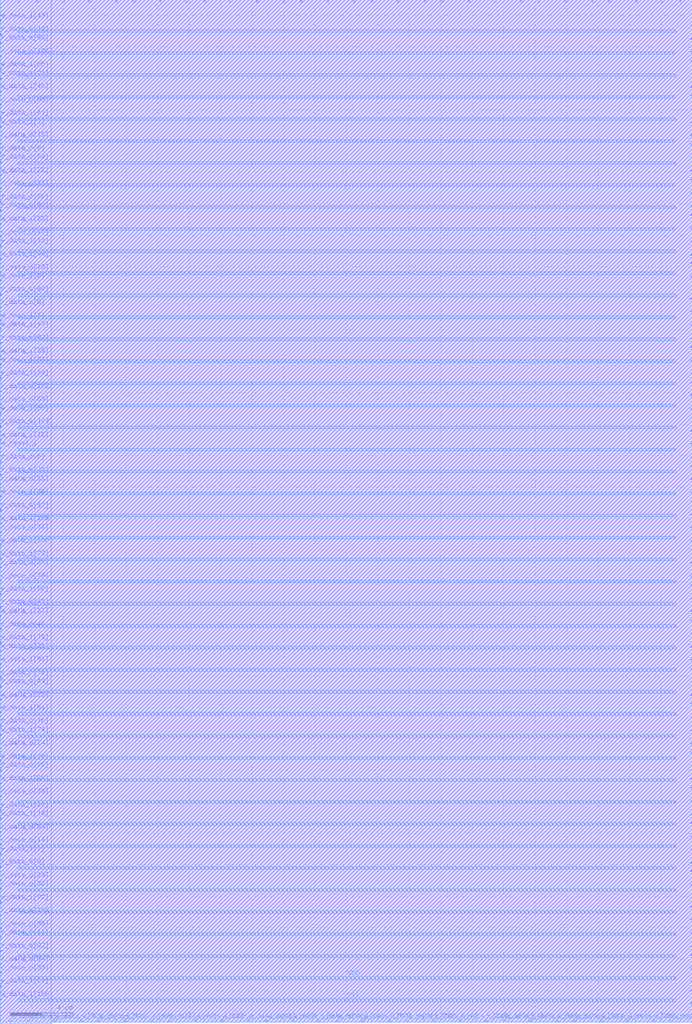
<source format=lef>
VERSION 5.8 ;
BUSBITCHARS "[]" ;
DIVIDERCHAR "/" ;
UNITS
    DATABASE MICRONS 2000 ;
END UNITS

MACRO bsg_mem_p109
  FOREIGN bsg_mem_p109 0 0 ;
  CLASS BLOCK ;
  SIZE 43.975 BY 64.965 ;
  PIN VSS
    USE GROUND ;
    DIRECTION INOUT ;
    PORT
      LAYER metal4 ;
        RECT  1.14 62.915 42.94 63.085 ;
        RECT  1.14 60.115 42.94 60.285 ;
        RECT  1.14 57.315 42.94 57.485 ;
        RECT  1.14 54.515 42.94 54.685 ;
        RECT  1.14 51.715 42.94 51.885 ;
        RECT  1.14 48.915 42.94 49.085 ;
        RECT  1.14 46.115 42.94 46.285 ;
        RECT  1.14 43.315 42.94 43.485 ;
        RECT  1.14 40.515 42.94 40.685 ;
        RECT  1.14 37.715 42.94 37.885 ;
        RECT  1.14 34.915 42.94 35.085 ;
        RECT  1.14 32.115 42.94 32.285 ;
        RECT  1.14 29.315 42.94 29.485 ;
        RECT  1.14 26.515 42.94 26.685 ;
        RECT  1.14 23.715 42.94 23.885 ;
        RECT  1.14 20.915 42.94 21.085 ;
        RECT  1.14 18.115 42.94 18.285 ;
        RECT  1.14 15.315 42.94 15.485 ;
        RECT  1.14 12.515 42.94 12.685 ;
        RECT  1.14 9.715 42.94 9.885 ;
        RECT  1.14 6.915 42.94 7.085 ;
        RECT  1.14 4.115 42.94 4.285 ;
        RECT  1.14 1.315 42.94 1.485 ;
    END
  END VSS
  PIN VDD
    USE POWER ;
    DIRECTION INOUT ;
    PORT
      LAYER metal4 ;
        RECT  1.14 61.515 42.94 61.685 ;
        RECT  1.14 58.715 42.94 58.885 ;
        RECT  1.14 55.915 42.94 56.085 ;
        RECT  1.14 53.115 42.94 53.285 ;
        RECT  1.14 50.315 42.94 50.485 ;
        RECT  1.14 47.515 42.94 47.685 ;
        RECT  1.14 44.715 42.94 44.885 ;
        RECT  1.14 41.915 42.94 42.085 ;
        RECT  1.14 39.115 42.94 39.285 ;
        RECT  1.14 36.315 42.94 36.485 ;
        RECT  1.14 33.515 42.94 33.685 ;
        RECT  1.14 30.715 42.94 30.885 ;
        RECT  1.14 27.915 42.94 28.085 ;
        RECT  1.14 25.115 42.94 25.285 ;
        RECT  1.14 22.315 42.94 22.485 ;
        RECT  1.14 19.515 42.94 19.685 ;
        RECT  1.14 16.715 42.94 16.885 ;
        RECT  1.14 13.915 42.94 14.085 ;
        RECT  1.14 11.115 42.94 11.285 ;
        RECT  1.14 8.315 42.94 8.485 ;
        RECT  1.14 5.515 42.94 5.685 ;
        RECT  1.14 2.715 42.94 2.885 ;
    END
  END VDD
  PIN r_addr_i
    DIRECTION INPUT ;
    USE SIGNAL ;
    PORT
      LAYER metal3 ;
        RECT  43.905 15.435 43.975 15.505 ;
    END
  END r_addr_i
  PIN r_data_o[0]
    DIRECTION OUTPUT ;
    USE SIGNAL ;
    PORT
      LAYER metal4 ;
        RECT  27.465 0 27.605 0.14 ;
    END
  END r_data_o[0]
  PIN r_data_o[100]
    DIRECTION OUTPUT ;
    USE SIGNAL ;
    PORT
      LAYER metal3 ;
        RECT  43.905 16.275 43.975 16.345 ;
    END
  END r_data_o[100]
  PIN r_data_o[101]
    DIRECTION OUTPUT ;
    USE SIGNAL ;
    PORT
      LAYER metal3 ;
        RECT  43.905 12.635 43.975 12.705 ;
    END
  END r_data_o[101]
  PIN r_data_o[102]
    DIRECTION OUTPUT ;
    USE SIGNAL ;
    PORT
      LAYER metal3 ;
        RECT  0 40.075 0.07 40.145 ;
    END
  END r_data_o[102]
  PIN r_data_o[103]
    DIRECTION OUTPUT ;
    USE SIGNAL ;
    PORT
      LAYER metal3 ;
        RECT  0 37.835 0.07 37.905 ;
    END
  END r_data_o[103]
  PIN r_data_o[104]
    DIRECTION OUTPUT ;
    USE SIGNAL ;
    PORT
      LAYER metal4 ;
        RECT  40.345 64.825 40.485 64.965 ;
    END
  END r_data_o[104]
  PIN r_data_o[105]
    DIRECTION OUTPUT ;
    USE SIGNAL ;
    PORT
      LAYER metal4 ;
        RECT  28.025 64.825 28.165 64.965 ;
    END
  END r_data_o[105]
  PIN r_data_o[106]
    DIRECTION OUTPUT ;
    USE SIGNAL ;
    PORT
      LAYER metal3 ;
        RECT  0 61.355 0.07 61.425 ;
    END
  END r_data_o[106]
  PIN r_data_o[107]
    DIRECTION OUTPUT ;
    USE SIGNAL ;
    PORT
      LAYER metal4 ;
        RECT  34.185 64.825 34.325 64.965 ;
    END
  END r_data_o[107]
  PIN r_data_o[108]
    DIRECTION OUTPUT ;
    USE SIGNAL ;
    PORT
      LAYER metal3 ;
        RECT  0 6.755 0.07 6.825 ;
    END
  END r_data_o[108]
  PIN r_data_o[10]
    DIRECTION OUTPUT ;
    USE SIGNAL ;
    PORT
      LAYER metal3 ;
        RECT  43.905 60.235 43.975 60.305 ;
    END
  END r_data_o[10]
  PIN r_data_o[11]
    DIRECTION OUTPUT ;
    USE SIGNAL ;
    PORT
      LAYER metal3 ;
        RECT  0 5.355 0.07 5.425 ;
    END
  END r_data_o[11]
  PIN r_data_o[12]
    DIRECTION OUTPUT ;
    USE SIGNAL ;
    PORT
      LAYER metal3 ;
        RECT  43.905 25.515 43.975 25.585 ;
    END
  END r_data_o[12]
  PIN r_data_o[13]
    DIRECTION OUTPUT ;
    USE SIGNAL ;
    PORT
      LAYER metal3 ;
        RECT  43.905 48.755 43.975 48.825 ;
    END
  END r_data_o[13]
  PIN r_data_o[14]
    DIRECTION OUTPUT ;
    USE SIGNAL ;
    PORT
      LAYER metal3 ;
        RECT  0 11.235 0.07 11.305 ;
    END
  END r_data_o[14]
  PIN r_data_o[15]
    DIRECTION OUTPUT ;
    USE SIGNAL ;
    PORT
      LAYER metal3 ;
        RECT  0 56.035 0.07 56.105 ;
    END
  END r_data_o[15]
  PIN r_data_o[16]
    DIRECTION OUTPUT ;
    USE SIGNAL ;
    PORT
      LAYER metal3 ;
        RECT  43.905 8.715 43.975 8.785 ;
    END
  END r_data_o[16]
  PIN r_data_o[17]
    DIRECTION OUTPUT ;
    USE SIGNAL ;
    PORT
      LAYER metal3 ;
        RECT  0 49.875 0.07 49.945 ;
    END
  END r_data_o[17]
  PIN r_data_o[18]
    DIRECTION OUTPUT ;
    USE SIGNAL ;
    PORT
      LAYER metal3 ;
        RECT  0 62.755 0.07 62.825 ;
    END
  END r_data_o[18]
  PIN r_data_o[19]
    DIRECTION OUTPUT ;
    USE SIGNAL ;
    PORT
      LAYER metal3 ;
        RECT  43.905 63.315 43.975 63.385 ;
    END
  END r_data_o[19]
  PIN r_data_o[1]
    DIRECTION OUTPUT ;
    USE SIGNAL ;
    PORT
      LAYER metal3 ;
        RECT  43.905 57.995 43.975 58.065 ;
    END
  END r_data_o[1]
  PIN r_data_o[20]
    DIRECTION OUTPUT ;
    USE SIGNAL ;
    PORT
      LAYER metal4 ;
        RECT  30.825 0 30.965 0.14 ;
    END
  END r_data_o[20]
  PIN r_data_o[21]
    DIRECTION OUTPUT ;
    USE SIGNAL ;
    PORT
      LAYER metal3 ;
        RECT  0 34.755 0.07 34.825 ;
    END
  END r_data_o[21]
  PIN r_data_o[22]
    DIRECTION OUTPUT ;
    USE SIGNAL ;
    PORT
      LAYER metal3 ;
        RECT  43.905 29.155 43.975 29.225 ;
    END
  END r_data_o[22]
  PIN r_data_o[23]
    DIRECTION OUTPUT ;
    USE SIGNAL ;
    PORT
      LAYER metal3 ;
        RECT  0 52.955 0.07 53.025 ;
    END
  END r_data_o[23]
  PIN r_data_o[24]
    DIRECTION OUTPUT ;
    USE SIGNAL ;
    PORT
      LAYER metal3 ;
        RECT  0 17.395 0.07 17.465 ;
    END
  END r_data_o[24]
  PIN r_data_o[25]
    DIRECTION OUTPUT ;
    USE SIGNAL ;
    PORT
      LAYER metal3 ;
        RECT  43.905 38.955 43.975 39.025 ;
    END
  END r_data_o[25]
  PIN r_data_o[26]
    DIRECTION OUTPUT ;
    USE SIGNAL ;
    PORT
      LAYER metal3 ;
        RECT  43.905 46.515 43.975 46.585 ;
    END
  END r_data_o[26]
  PIN r_data_o[27]
    DIRECTION OUTPUT ;
    USE SIGNAL ;
    PORT
      LAYER metal3 ;
        RECT  43.905 48.195 43.975 48.265 ;
    END
  END r_data_o[27]
  PIN r_data_o[28]
    DIRECTION OUTPUT ;
    USE SIGNAL ;
    PORT
      LAYER metal4 ;
        RECT  33.625 0 33.765 0.14 ;
    END
  END r_data_o[28]
  PIN r_data_o[29]
    DIRECTION OUTPUT ;
    USE SIGNAL ;
    PORT
      LAYER metal3 ;
        RECT  0 8.995 0.07 9.065 ;
    END
  END r_data_o[29]
  PIN r_data_o[2]
    DIRECTION OUTPUT ;
    USE SIGNAL ;
    PORT
      LAYER metal3 ;
        RECT  43.905 38.395 43.975 38.465 ;
    END
  END r_data_o[2]
  PIN r_data_o[30]
    DIRECTION OUTPUT ;
    USE SIGNAL ;
    PORT
      LAYER metal3 ;
        RECT  0 28.875 0.07 28.945 ;
    END
  END r_data_o[30]
  PIN r_data_o[31]
    DIRECTION OUTPUT ;
    USE SIGNAL ;
    PORT
      LAYER metal4 ;
        RECT  12.905 64.825 13.045 64.965 ;
    END
  END r_data_o[31]
  PIN r_data_o[32]
    DIRECTION OUTPUT ;
    USE SIGNAL ;
    PORT
      LAYER metal3 ;
        RECT  43.905 24.675 43.975 24.745 ;
    END
  END r_data_o[32]
  PIN r_data_o[33]
    DIRECTION OUTPUT ;
    USE SIGNAL ;
    PORT
      LAYER metal3 ;
        RECT  0 34.195 0.07 34.265 ;
    END
  END r_data_o[33]
  PIN r_data_o[34]
    DIRECTION OUTPUT ;
    USE SIGNAL ;
    PORT
      LAYER metal3 ;
        RECT  43.905 13.195 43.975 13.265 ;
    END
  END r_data_o[34]
  PIN r_data_o[35]
    DIRECTION OUTPUT ;
    USE SIGNAL ;
    PORT
      LAYER metal4 ;
        RECT  42.585 0 42.725 0.14 ;
    END
  END r_data_o[35]
  PIN r_data_o[36]
    DIRECTION OUTPUT ;
    USE SIGNAL ;
    PORT
      LAYER metal3 ;
        RECT  43.905 17.115 43.975 17.185 ;
    END
  END r_data_o[36]
  PIN r_data_o[37]
    DIRECTION OUTPUT ;
    USE SIGNAL ;
    PORT
      LAYER metal3 ;
        RECT  0 31.115 0.07 31.185 ;
    END
  END r_data_o[37]
  PIN r_data_o[38]
    DIRECTION OUTPUT ;
    USE SIGNAL ;
    PORT
      LAYER metal3 ;
        RECT  0 14.315 0.07 14.385 ;
    END
  END r_data_o[38]
  PIN r_data_o[39]
    DIRECTION OUTPUT ;
    USE SIGNAL ;
    PORT
      LAYER metal4 ;
        RECT  14.585 64.825 14.725 64.965 ;
    END
  END r_data_o[39]
  PIN r_data_o[3]
    DIRECTION OUTPUT ;
    USE SIGNAL ;
    PORT
      LAYER metal3 ;
        RECT  43.905 53.515 43.975 53.585 ;
    END
  END r_data_o[3]
  PIN r_data_o[40]
    DIRECTION OUTPUT ;
    USE SIGNAL ;
    PORT
      LAYER metal3 ;
        RECT  43.905 26.075 43.975 26.145 ;
    END
  END r_data_o[40]
  PIN r_data_o[41]
    DIRECTION OUTPUT ;
    USE SIGNAL ;
    PORT
      LAYER metal3 ;
        RECT  0 26.355 0.07 26.425 ;
    END
  END r_data_o[41]
  PIN r_data_o[42]
    DIRECTION OUTPUT ;
    USE SIGNAL ;
    PORT
      LAYER metal3 ;
        RECT  43.905 47.355 43.975 47.425 ;
    END
  END r_data_o[42]
  PIN r_data_o[43]
    DIRECTION OUTPUT ;
    USE SIGNAL ;
    PORT
      LAYER metal3 ;
        RECT  0 21.315 0.07 21.385 ;
    END
  END r_data_o[43]
  PIN r_data_o[44]
    DIRECTION OUTPUT ;
    USE SIGNAL ;
    PORT
      LAYER metal4 ;
        RECT  20.185 0 20.325 0.14 ;
    END
  END r_data_o[44]
  PIN r_data_o[45]
    DIRECTION OUTPUT ;
    USE SIGNAL ;
    PORT
      LAYER metal3 ;
        RECT  43.905 2.555 43.975 2.625 ;
    END
  END r_data_o[45]
  PIN r_data_o[46]
    DIRECTION OUTPUT ;
    USE SIGNAL ;
    PORT
      LAYER metal3 ;
        RECT  43.905 1.995 43.975 2.065 ;
    END
  END r_data_o[46]
  PIN r_data_o[47]
    DIRECTION OUTPUT ;
    USE SIGNAL ;
    PORT
      LAYER metal3 ;
        RECT  43.905 7.315 43.975 7.385 ;
    END
  END r_data_o[47]
  PIN r_data_o[48]
    DIRECTION OUTPUT ;
    USE SIGNAL ;
    PORT
      LAYER metal3 ;
        RECT  43.905 43.435 43.975 43.505 ;
    END
  END r_data_o[48]
  PIN r_data_o[49]
    DIRECTION OUTPUT ;
    USE SIGNAL ;
    PORT
      LAYER metal3 ;
        RECT  43.905 30.555 43.975 30.625 ;
    END
  END r_data_o[49]
  PIN r_data_o[4]
    DIRECTION OUTPUT ;
    USE SIGNAL ;
    PORT
      LAYER metal3 ;
        RECT  0 24.955 0.07 25.025 ;
    END
  END r_data_o[4]
  PIN r_data_o[50]
    DIRECTION OUTPUT ;
    USE SIGNAL ;
    PORT
      LAYER metal3 ;
        RECT  0 62.195 0.07 62.265 ;
    END
  END r_data_o[50]
  PIN r_data_o[51]
    DIRECTION OUTPUT ;
    USE SIGNAL ;
    PORT
      LAYER metal3 ;
        RECT  43.905 61.635 43.975 61.705 ;
    END
  END r_data_o[51]
  PIN r_data_o[52]
    DIRECTION OUTPUT ;
    USE SIGNAL ;
    PORT
      LAYER metal3 ;
        RECT  0 54.635 0.07 54.705 ;
    END
  END r_data_o[52]
  PIN r_data_o[53]
    DIRECTION OUTPUT ;
    USE SIGNAL ;
    PORT
      LAYER metal4 ;
        RECT  38.665 64.825 38.805 64.965 ;
    END
  END r_data_o[53]
  PIN r_data_o[54]
    DIRECTION OUTPUT ;
    USE SIGNAL ;
    PORT
      LAYER metal4 ;
        RECT  29.145 0 29.285 0.14 ;
    END
  END r_data_o[54]
  PIN r_data_o[55]
    DIRECTION OUTPUT ;
    USE SIGNAL ;
    PORT
      LAYER metal3 ;
        RECT  0 52.115 0.07 52.185 ;
    END
  END r_data_o[55]
  PIN r_data_o[56]
    DIRECTION OUTPUT ;
    USE SIGNAL ;
    PORT
      LAYER metal3 ;
        RECT  43.905 7.875 43.975 7.945 ;
    END
  END r_data_o[56]
  PIN r_data_o[57]
    DIRECTION OUTPUT ;
    USE SIGNAL ;
    PORT
      LAYER metal3 ;
        RECT  0 32.515 0.07 32.585 ;
    END
  END r_data_o[57]
  PIN r_data_o[58]
    DIRECTION OUTPUT ;
    USE SIGNAL ;
    PORT
      LAYER metal3 ;
        RECT  43.905 33.075 43.975 33.145 ;
    END
  END r_data_o[58]
  PIN r_data_o[59]
    DIRECTION OUTPUT ;
    USE SIGNAL ;
    PORT
      LAYER metal3 ;
        RECT  43.905 23.835 43.975 23.905 ;
    END
  END r_data_o[59]
  PIN r_data_o[5]
    DIRECTION OUTPUT ;
    USE SIGNAL ;
    PORT
      LAYER metal3 ;
        RECT  0 45.395 0.07 45.465 ;
    END
  END r_data_o[5]
  PIN r_data_o[60]
    DIRECTION OUTPUT ;
    USE SIGNAL ;
    PORT
      LAYER metal3 ;
        RECT  0 46.235 0.07 46.305 ;
    END
  END r_data_o[60]
  PIN r_data_o[61]
    DIRECTION OUTPUT ;
    USE SIGNAL ;
    PORT
      LAYER metal4 ;
        RECT  10.105 64.825 10.245 64.965 ;
    END
  END r_data_o[61]
  PIN r_data_o[62]
    DIRECTION OUTPUT ;
    USE SIGNAL ;
    PORT
      LAYER metal3 ;
        RECT  0 43.155 0.07 43.225 ;
    END
  END r_data_o[62]
  PIN r_data_o[63]
    DIRECTION OUTPUT ;
    USE SIGNAL ;
    PORT
      LAYER metal4 ;
        RECT  7.865 0 8.005 0.14 ;
    END
  END r_data_o[63]
  PIN r_data_o[64]
    DIRECTION OUTPUT ;
    USE SIGNAL ;
    PORT
      LAYER metal3 ;
        RECT  43.905 11.795 43.975 11.865 ;
    END
  END r_data_o[64]
  PIN r_data_o[65]
    DIRECTION OUTPUT ;
    USE SIGNAL ;
    PORT
      LAYER metal3 ;
        RECT  0 5.915 0.07 5.985 ;
    END
  END r_data_o[65]
  PIN r_data_o[66]
    DIRECTION OUTPUT ;
    USE SIGNAL ;
    PORT
      LAYER metal4 ;
        RECT  29.705 64.825 29.845 64.965 ;
    END
  END r_data_o[66]
  PIN r_data_o[67]
    DIRECTION OUTPUT ;
    USE SIGNAL ;
    PORT
      LAYER metal3 ;
        RECT  43.905 35.315 43.975 35.385 ;
    END
  END r_data_o[67]
  PIN r_data_o[68]
    DIRECTION OUTPUT ;
    USE SIGNAL ;
    PORT
      LAYER metal3 ;
        RECT  43.905 35.875 43.975 35.945 ;
    END
  END r_data_o[68]
  PIN r_data_o[69]
    DIRECTION OUTPUT ;
    USE SIGNAL ;
    PORT
      LAYER metal3 ;
        RECT  0 39.235 0.07 39.305 ;
    END
  END r_data_o[69]
  PIN r_data_o[6]
    DIRECTION OUTPUT ;
    USE SIGNAL ;
    PORT
      LAYER metal3 ;
        RECT  0 35.595 0.07 35.665 ;
    END
  END r_data_o[6]
  PIN r_data_o[70]
    DIRECTION OUTPUT ;
    USE SIGNAL ;
    PORT
      LAYER metal3 ;
        RECT  0 47.635 0.07 47.705 ;
    END
  END r_data_o[70]
  PIN r_data_o[71]
    DIRECTION OUTPUT ;
    USE SIGNAL ;
    PORT
      LAYER metal3 ;
        RECT  43.905 44.275 43.975 44.345 ;
    END
  END r_data_o[71]
  PIN r_data_o[72]
    DIRECTION OUTPUT ;
    USE SIGNAL ;
    PORT
      LAYER metal3 ;
        RECT  0 21.875 0.07 21.945 ;
    END
  END r_data_o[72]
  PIN r_data_o[73]
    DIRECTION OUTPUT ;
    USE SIGNAL ;
    PORT
      LAYER metal4 ;
        RECT  5.625 64.825 5.765 64.965 ;
    END
  END r_data_o[73]
  PIN r_data_o[74]
    DIRECTION OUTPUT ;
    USE SIGNAL ;
    PORT
      LAYER metal4 ;
        RECT  24.665 0 24.805 0.14 ;
    END
  END r_data_o[74]
  PIN r_data_o[75]
    DIRECTION OUTPUT ;
    USE SIGNAL ;
    PORT
      LAYER metal3 ;
        RECT  43.905 3.395 43.975 3.465 ;
    END
  END r_data_o[75]
  PIN r_data_o[76]
    DIRECTION OUTPUT ;
    USE SIGNAL ;
    PORT
      LAYER metal3 ;
        RECT  0 18.795 0.07 18.865 ;
    END
  END r_data_o[76]
  PIN r_data_o[77]
    DIRECTION OUTPUT ;
    USE SIGNAL ;
    PORT
      LAYER metal4 ;
        RECT  8.425 64.825 8.565 64.965 ;
    END
  END r_data_o[77]
  PIN r_data_o[78]
    DIRECTION OUTPUT ;
    USE SIGNAL ;
    PORT
      LAYER metal3 ;
        RECT  43.905 42.875 43.975 42.945 ;
    END
  END r_data_o[78]
  PIN r_data_o[79]
    DIRECTION OUTPUT ;
    USE SIGNAL ;
    PORT
      LAYER metal3 ;
        RECT  0 28.035 0.07 28.105 ;
    END
  END r_data_o[79]
  PIN r_data_o[7]
    DIRECTION OUTPUT ;
    USE SIGNAL ;
    PORT
      LAYER metal4 ;
        RECT  9.545 0 9.685 0.14 ;
    END
  END r_data_o[7]
  PIN r_data_o[80]
    DIRECTION OUTPUT ;
    USE SIGNAL ;
    PORT
      LAYER metal3 ;
        RECT  0 51.555 0.07 51.625 ;
    END
  END r_data_o[80]
  PIN r_data_o[81]
    DIRECTION OUTPUT ;
    USE SIGNAL ;
    PORT
      LAYER metal4 ;
        RECT  22.425 64.825 22.565 64.965 ;
    END
  END r_data_o[81]
  PIN r_data_o[82]
    DIRECTION OUTPUT ;
    USE SIGNAL ;
    PORT
      LAYER metal3 ;
        RECT  0 8.435 0.07 8.505 ;
    END
  END r_data_o[82]
  PIN r_data_o[83]
    DIRECTION OUTPUT ;
    USE SIGNAL ;
    PORT
      LAYER metal3 ;
        RECT  0 3.115 0.07 3.185 ;
    END
  END r_data_o[83]
  PIN r_data_o[84]
    DIRECTION OUTPUT ;
    USE SIGNAL ;
    PORT
      LAYER metal3 ;
        RECT  0 12.075 0.07 12.145 ;
    END
  END r_data_o[84]
  PIN r_data_o[85]
    DIRECTION OUTPUT ;
    USE SIGNAL ;
    PORT
      LAYER metal3 ;
        RECT  43.905 17.675 43.975 17.745 ;
    END
  END r_data_o[85]
  PIN r_data_o[86]
    DIRECTION OUTPUT ;
    USE SIGNAL ;
    PORT
      LAYER metal3 ;
        RECT  43.905 22.435 43.975 22.505 ;
    END
  END r_data_o[86]
  PIN r_data_o[87]
    DIRECTION OUTPUT ;
    USE SIGNAL ;
    PORT
      LAYER metal4 ;
        RECT  19.065 64.825 19.205 64.965 ;
    END
  END r_data_o[87]
  PIN r_data_o[88]
    DIRECTION OUTPUT ;
    USE SIGNAL ;
    PORT
      LAYER metal3 ;
        RECT  43.905 49.595 43.975 49.665 ;
    END
  END r_data_o[88]
  PIN r_data_o[89]
    DIRECTION OUTPUT ;
    USE SIGNAL ;
    PORT
      LAYER metal4 ;
        RECT  42.025 64.825 42.165 64.965 ;
    END
  END r_data_o[89]
  PIN r_data_o[8]
    DIRECTION OUTPUT ;
    USE SIGNAL ;
    PORT
      LAYER metal3 ;
        RECT  0 55.195 0.07 55.265 ;
    END
  END r_data_o[8]
  PIN r_data_o[90]
    DIRECTION OUTPUT ;
    USE SIGNAL ;
    PORT
      LAYER metal3 ;
        RECT  43.905 41.195 43.975 41.265 ;
    END
  END r_data_o[90]
  PIN r_data_o[91]
    DIRECTION OUTPUT ;
    USE SIGNAL ;
    PORT
      LAYER metal4 ;
        RECT  26.905 64.825 27.045 64.965 ;
    END
  END r_data_o[91]
  PIN r_data_o[92]
    DIRECTION OUTPUT ;
    USE SIGNAL ;
    PORT
      LAYER metal3 ;
        RECT  0 4.515 0.07 4.585 ;
    END
  END r_data_o[92]
  PIN r_data_o[93]
    DIRECTION OUTPUT ;
    USE SIGNAL ;
    PORT
      LAYER metal3 ;
        RECT  43.905 36.715 43.975 36.785 ;
    END
  END r_data_o[93]
  PIN r_data_o[94]
    DIRECTION OUTPUT ;
    USE SIGNAL ;
    PORT
      LAYER metal3 ;
        RECT  0 3.675 0.07 3.745 ;
    END
  END r_data_o[94]
  PIN r_data_o[95]
    DIRECTION OUTPUT ;
    USE SIGNAL ;
    PORT
      LAYER metal3 ;
        RECT  0 15.995 0.07 16.065 ;
    END
  END r_data_o[95]
  PIN r_data_o[96]
    DIRECTION OUTPUT ;
    USE SIGNAL ;
    PORT
      LAYER metal3 ;
        RECT  0 58.275 0.07 58.345 ;
    END
  END r_data_o[96]
  PIN r_data_o[97]
    DIRECTION OUTPUT ;
    USE SIGNAL ;
    PORT
      LAYER metal3 ;
        RECT  43.905 56.315 43.975 56.385 ;
    END
  END r_data_o[97]
  PIN r_data_o[98]
    DIRECTION OUTPUT ;
    USE SIGNAL ;
    PORT
      LAYER metal4 ;
        RECT  2.265 64.825 2.405 64.965 ;
    END
  END r_data_o[98]
  PIN r_data_o[99]
    DIRECTION OUTPUT ;
    USE SIGNAL ;
    PORT
      LAYER metal3 ;
        RECT  43.905 21.595 43.975 21.665 ;
    END
  END r_data_o[99]
  PIN r_data_o[9]
    DIRECTION OUTPUT ;
    USE SIGNAL ;
    PORT
      LAYER metal3 ;
        RECT  0 9.835 0.07 9.905 ;
    END
  END r_data_o[9]
  PIN r_v_i
    DIRECTION INPUT ;
    USE SIGNAL ;
    PORT
      LAYER metal3 ;
        RECT  43.905 26.915 43.975 26.985 ;
    END
  END r_v_i
  PIN w_addr_i
    DIRECTION INPUT ;
    USE SIGNAL ;
    PORT
      LAYER metal4 ;
        RECT  14.025 0 14.165 0.14 ;
    END
  END w_addr_i
  PIN w_clk_i
    DIRECTION INPUT ;
    USE SIGNAL ;
    PORT
      LAYER metal3 ;
        RECT  43.905 6.475 43.975 6.545 ;
    END
  END w_clk_i
  PIN w_data_i[0]
    DIRECTION INPUT ;
    USE SIGNAL ;
    PORT
      LAYER metal4 ;
        RECT  1.145 64.825 1.285 64.965 ;
    END
  END w_data_i[0]
  PIN w_data_i[100]
    DIRECTION INPUT ;
    USE SIGNAL ;
    PORT
      LAYER metal3 ;
        RECT  0 1.435 0.07 1.505 ;
    END
  END w_data_i[100]
  PIN w_data_i[101]
    DIRECTION INPUT ;
    USE SIGNAL ;
    PORT
      LAYER metal4 ;
        RECT  20.745 64.825 20.885 64.965 ;
    END
  END w_data_i[101]
  PIN w_data_i[102]
    DIRECTION INPUT ;
    USE SIGNAL ;
    PORT
      LAYER metal3 ;
        RECT  43.905 61.075 43.975 61.145 ;
    END
  END w_data_i[102]
  PIN w_data_i[103]
    DIRECTION INPUT ;
    USE SIGNAL ;
    PORT
      LAYER metal3 ;
        RECT  43.905 58.835 43.975 58.905 ;
    END
  END w_data_i[103]
  PIN w_data_i[104]
    DIRECTION INPUT ;
    USE SIGNAL ;
    PORT
      LAYER metal3 ;
        RECT  43.905 14.875 43.975 14.945 ;
    END
  END w_data_i[104]
  PIN w_data_i[105]
    DIRECTION INPUT ;
    USE SIGNAL ;
    PORT
      LAYER metal3 ;
        RECT  0 31.675 0.07 31.745 ;
    END
  END w_data_i[105]
  PIN w_data_i[106]
    DIRECTION INPUT ;
    USE SIGNAL ;
    PORT
      LAYER metal3 ;
        RECT  0 30.275 0.07 30.345 ;
    END
  END w_data_i[106]
  PIN w_data_i[107]
    DIRECTION INPUT ;
    USE SIGNAL ;
    PORT
      LAYER metal3 ;
        RECT  43.905 50.435 43.975 50.505 ;
    END
  END w_data_i[107]
  PIN w_data_i[108]
    DIRECTION INPUT ;
    USE SIGNAL ;
    PORT
      LAYER metal3 ;
        RECT  43.905 57.155 43.975 57.225 ;
    END
  END w_data_i[108]
  PIN w_data_i[10]
    DIRECTION INPUT ;
    USE SIGNAL ;
    PORT
      LAYER metal4 ;
        RECT  31.385 64.825 31.525 64.965 ;
    END
  END w_data_i[10]
  PIN w_data_i[11]
    DIRECTION INPUT ;
    USE SIGNAL ;
    PORT
      LAYER metal4 ;
        RECT  5.065 0 5.205 0.14 ;
    END
  END w_data_i[11]
  PIN w_data_i[12]
    DIRECTION INPUT ;
    USE SIGNAL ;
    PORT
      LAYER metal4 ;
        RECT  35.305 0 35.445 0.14 ;
    END
  END w_data_i[12]
  PIN w_data_i[13]
    DIRECTION INPUT ;
    USE SIGNAL ;
    PORT
      LAYER metal3 ;
        RECT  0 49.315 0.07 49.385 ;
    END
  END w_data_i[13]
  PIN w_data_i[14]
    DIRECTION INPUT ;
    USE SIGNAL ;
    PORT
      LAYER metal3 ;
        RECT  0 12.915 0.07 12.985 ;
    END
  END w_data_i[14]
  PIN w_data_i[15]
    DIRECTION INPUT ;
    USE SIGNAL ;
    PORT
      LAYER metal4 ;
        RECT  39.785 0 39.925 0.14 ;
    END
  END w_data_i[15]
  PIN w_data_i[16]
    DIRECTION INPUT ;
    USE SIGNAL ;
    PORT
      LAYER metal3 ;
        RECT  43.905 29.995 43.975 30.065 ;
    END
  END w_data_i[16]
  PIN w_data_i[17]
    DIRECTION INPUT ;
    USE SIGNAL ;
    PORT
      LAYER metal3 ;
        RECT  43.905 20.755 43.975 20.825 ;
    END
  END w_data_i[17]
  PIN w_data_i[18]
    DIRECTION INPUT ;
    USE SIGNAL ;
    PORT
      LAYER metal3 ;
        RECT  0 36.995 0.07 37.065 ;
    END
  END w_data_i[18]
  PIN w_data_i[19]
    DIRECTION INPUT ;
    USE SIGNAL ;
    PORT
      LAYER metal3 ;
        RECT  43.905 54.915 43.975 54.985 ;
    END
  END w_data_i[19]
  PIN w_data_i[1]
    DIRECTION INPUT ;
    USE SIGNAL ;
    PORT
      LAYER metal3 ;
        RECT  43.905 45.955 43.975 46.025 ;
    END
  END w_data_i[1]
  PIN w_data_i[20]
    DIRECTION INPUT ;
    USE SIGNAL ;
    PORT
      LAYER metal4 ;
        RECT  3.945 64.825 4.085 64.965 ;
    END
  END w_data_i[20]
  PIN w_data_i[21]
    DIRECTION INPUT ;
    USE SIGNAL ;
    PORT
      LAYER metal3 ;
        RECT  0 59.955 0.07 60.025 ;
    END
  END w_data_i[21]
  PIN w_data_i[22]
    DIRECTION INPUT ;
    USE SIGNAL ;
    PORT
      LAYER metal3 ;
        RECT  43.905 19.355 43.975 19.425 ;
    END
  END w_data_i[22]
  PIN w_data_i[23]
    DIRECTION INPUT ;
    USE SIGNAL ;
    PORT
      LAYER metal3 ;
        RECT  0 13.475 0.07 13.545 ;
    END
  END w_data_i[23]
  PIN w_data_i[24]
    DIRECTION INPUT ;
    USE SIGNAL ;
    PORT
      LAYER metal4 ;
        RECT  36.425 0 36.565 0.14 ;
    END
  END w_data_i[24]
  PIN w_data_i[25]
    DIRECTION INPUT ;
    USE SIGNAL ;
    PORT
      LAYER metal3 ;
        RECT  0 20.475 0.07 20.545 ;
    END
  END w_data_i[25]
  PIN w_data_i[26]
    DIRECTION INPUT ;
    USE SIGNAL ;
    PORT
      LAYER metal4 ;
        RECT  35.865 64.825 36.005 64.965 ;
    END
  END w_data_i[26]
  PIN w_data_i[27]
    DIRECTION INPUT ;
    USE SIGNAL ;
    PORT
      LAYER metal3 ;
        RECT  43.905 32.235 43.975 32.305 ;
    END
  END w_data_i[27]
  PIN w_data_i[28]
    DIRECTION INPUT ;
    USE SIGNAL ;
    PORT
      LAYER metal3 ;
        RECT  0 53.795 0.07 53.865 ;
    END
  END w_data_i[28]
  PIN w_data_i[29]
    DIRECTION INPUT ;
    USE SIGNAL ;
    PORT
      LAYER metal4 ;
        RECT  25.785 0 25.925 0.14 ;
    END
  END w_data_i[29]
  PIN w_data_i[2]
    DIRECTION INPUT ;
    USE SIGNAL ;
    PORT
      LAYER metal3 ;
        RECT  0 47.075 0.07 47.145 ;
    END
  END w_data_i[2]
  PIN w_data_i[30]
    DIRECTION INPUT ;
    USE SIGNAL ;
    PORT
      LAYER metal3 ;
        RECT  43.905 27.755 43.975 27.825 ;
    END
  END w_data_i[30]
  PIN w_data_i[31]
    DIRECTION INPUT ;
    USE SIGNAL ;
    PORT
      LAYER metal3 ;
        RECT  0 23.555 0.07 23.625 ;
    END
  END w_data_i[31]
  PIN w_data_i[32]
    DIRECTION INPUT ;
    USE SIGNAL ;
    PORT
      LAYER metal3 ;
        RECT  43.905 55.755 43.975 55.825 ;
    END
  END w_data_i[32]
  PIN w_data_i[33]
    DIRECTION INPUT ;
    USE SIGNAL ;
    PORT
      LAYER metal3 ;
        RECT  0 40.915 0.07 40.985 ;
    END
  END w_data_i[33]
  PIN w_data_i[34]
    DIRECTION INPUT ;
    USE SIGNAL ;
    PORT
      LAYER metal4 ;
        RECT  21.305 0 21.445 0.14 ;
    END
  END w_data_i[34]
  PIN w_data_i[35]
    DIRECTION INPUT ;
    USE SIGNAL ;
    PORT
      LAYER metal3 ;
        RECT  0 50.715 0.07 50.785 ;
    END
  END w_data_i[35]
  PIN w_data_i[36]
    DIRECTION INPUT ;
    USE SIGNAL ;
    PORT
      LAYER metal3 ;
        RECT  43.905 14.035 43.975 14.105 ;
    END
  END w_data_i[36]
  PIN w_data_i[37]
    DIRECTION INPUT ;
    USE SIGNAL ;
    PORT
      LAYER metal3 ;
        RECT  0 25.795 0.07 25.865 ;
    END
  END w_data_i[37]
  PIN w_data_i[38]
    DIRECTION INPUT ;
    USE SIGNAL ;
    PORT
      LAYER metal4 ;
        RECT  25.225 64.825 25.365 64.965 ;
    END
  END w_data_i[38]
  PIN w_data_i[39]
    DIRECTION INPUT ;
    USE SIGNAL ;
    PORT
      LAYER metal3 ;
        RECT  0 42.315 0.07 42.385 ;
    END
  END w_data_i[39]
  PIN w_data_i[3]
    DIRECTION INPUT ;
    USE SIGNAL ;
    PORT
      LAYER metal3 ;
        RECT  0 56.875 0.07 56.945 ;
    END
  END w_data_i[3]
  PIN w_data_i[40]
    DIRECTION INPUT ;
    USE SIGNAL ;
    PORT
      LAYER metal3 ;
        RECT  0 59.115 0.07 59.185 ;
    END
  END w_data_i[40]
  PIN w_data_i[41]
    DIRECTION INPUT ;
    USE SIGNAL ;
    PORT
      LAYER metal3 ;
        RECT  0 57.435 0.07 57.505 ;
    END
  END w_data_i[41]
  PIN w_data_i[42]
    DIRECTION INPUT ;
    USE SIGNAL ;
    PORT
      LAYER metal4 ;
        RECT  3.385 0 3.525 0.14 ;
    END
  END w_data_i[42]
  PIN w_data_i[43]
    DIRECTION INPUT ;
    USE SIGNAL ;
    PORT
      LAYER metal4 ;
        RECT  15.705 0 15.845 0.14 ;
    END
  END w_data_i[43]
  PIN w_data_i[44]
    DIRECTION INPUT ;
    USE SIGNAL ;
    PORT
      LAYER metal3 ;
        RECT  43.905 33.635 43.975 33.705 ;
    END
  END w_data_i[44]
  PIN w_data_i[45]
    DIRECTION INPUT ;
    USE SIGNAL ;
    PORT
      LAYER metal4 ;
        RECT  41.465 0 41.605 0.14 ;
    END
  END w_data_i[45]
  PIN w_data_i[46]
    DIRECTION INPUT ;
    USE SIGNAL ;
    PORT
      LAYER metal3 ;
        RECT  43.905 62.475 43.975 62.545 ;
    END
  END w_data_i[46]
  PIN w_data_i[47]
    DIRECTION INPUT ;
    USE SIGNAL ;
    PORT
      LAYER metal3 ;
        RECT  0 43.995 0.07 44.065 ;
    END
  END w_data_i[47]
  PIN w_data_i[48]
    DIRECTION INPUT ;
    USE SIGNAL ;
    PORT
      LAYER metal3 ;
        RECT  0 63.595 0.07 63.665 ;
    END
  END w_data_i[48]
  PIN w_data_i[49]
    DIRECTION INPUT ;
    USE SIGNAL ;
    PORT
      LAYER metal4 ;
        RECT  10.665 0 10.805 0.14 ;
    END
  END w_data_i[49]
  PIN w_data_i[4]
    DIRECTION INPUT ;
    USE SIGNAL ;
    PORT
      LAYER metal3 ;
        RECT  43.905 37.555 43.975 37.625 ;
    END
  END w_data_i[4]
  PIN w_data_i[50]
    DIRECTION INPUT ;
    USE SIGNAL ;
    PORT
      LAYER metal3 ;
        RECT  0 27.195 0.07 27.265 ;
    END
  END w_data_i[50]
  PIN w_data_i[51]
    DIRECTION INPUT ;
    USE SIGNAL ;
    PORT
      LAYER metal3 ;
        RECT  0 19.635 0.07 19.705 ;
    END
  END w_data_i[51]
  PIN w_data_i[52]
    DIRECTION INPUT ;
    USE SIGNAL ;
    PORT
      LAYER metal3 ;
        RECT  43.905 45.115 43.975 45.185 ;
    END
  END w_data_i[52]
  PIN w_data_i[53]
    DIRECTION INPUT ;
    USE SIGNAL ;
    PORT
      LAYER metal3 ;
        RECT  0 2.275 0.07 2.345 ;
    END
  END w_data_i[53]
  PIN w_data_i[54]
    DIRECTION INPUT ;
    USE SIGNAL ;
    PORT
      LAYER metal3 ;
        RECT  43.905 4.795 43.975 4.865 ;
    END
  END w_data_i[54]
  PIN w_data_i[55]
    DIRECTION INPUT ;
    USE SIGNAL ;
    PORT
      LAYER metal3 ;
        RECT  43.905 59.395 43.975 59.465 ;
    END
  END w_data_i[55]
  PIN w_data_i[56]
    DIRECTION INPUT ;
    USE SIGNAL ;
    PORT
      LAYER metal4 ;
        RECT  7.305 64.825 7.445 64.965 ;
    END
  END w_data_i[56]
  PIN w_data_i[57]
    DIRECTION INPUT ;
    USE SIGNAL ;
    PORT
      LAYER metal4 ;
        RECT  22.985 0 23.125 0.14 ;
    END
  END w_data_i[57]
  PIN w_data_i[58]
    DIRECTION INPUT ;
    USE SIGNAL ;
    PORT
      LAYER metal3 ;
        RECT  43.905 39.795 43.975 39.865 ;
    END
  END w_data_i[58]
  PIN w_data_i[59]
    DIRECTION INPUT ;
    USE SIGNAL ;
    PORT
      LAYER metal3 ;
        RECT  43.905 10.115 43.975 10.185 ;
    END
  END w_data_i[59]
  PIN w_data_i[5]
    DIRECTION INPUT ;
    USE SIGNAL ;
    PORT
      LAYER metal3 ;
        RECT  43.905 28.315 43.975 28.385 ;
    END
  END w_data_i[5]
  PIN w_data_i[60]
    DIRECTION INPUT ;
    USE SIGNAL ;
    PORT
      LAYER metal3 ;
        RECT  0 38.675 0.07 38.745 ;
    END
  END w_data_i[60]
  PIN w_data_i[61]
    DIRECTION INPUT ;
    USE SIGNAL ;
    PORT
      LAYER metal3 ;
        RECT  43.905 18.515 43.975 18.585 ;
    END
  END w_data_i[61]
  PIN w_data_i[62]
    DIRECTION INPUT ;
    USE SIGNAL ;
    PORT
      LAYER metal4 ;
        RECT  12.345 0 12.485 0.14 ;
    END
  END w_data_i[62]
  PIN w_data_i[63]
    DIRECTION INPUT ;
    USE SIGNAL ;
    PORT
      LAYER metal4 ;
        RECT  38.105 0 38.245 0.14 ;
    END
  END w_data_i[63]
  PIN w_data_i[64]
    DIRECTION INPUT ;
    USE SIGNAL ;
    PORT
      LAYER metal3 ;
        RECT  43.905 34.475 43.975 34.545 ;
    END
  END w_data_i[64]
  PIN w_data_i[65]
    DIRECTION INPUT ;
    USE SIGNAL ;
    PORT
      LAYER metal4 ;
        RECT  43.145 64.825 43.285 64.965 ;
    END
  END w_data_i[65]
  PIN w_data_i[66]
    DIRECTION INPUT ;
    USE SIGNAL ;
    PORT
      LAYER metal3 ;
        RECT  43.905 52.675 43.975 52.745 ;
    END
  END w_data_i[66]
  PIN w_data_i[67]
    DIRECTION INPUT ;
    USE SIGNAL ;
    PORT
      LAYER metal3 ;
        RECT  43.905 20.195 43.975 20.265 ;
    END
  END w_data_i[67]
  PIN w_data_i[68]
    DIRECTION INPUT ;
    USE SIGNAL ;
    PORT
      LAYER metal3 ;
        RECT  0 16.555 0.07 16.625 ;
    END
  END w_data_i[68]
  PIN w_data_i[69]
    DIRECTION INPUT ;
    USE SIGNAL ;
    PORT
      LAYER metal3 ;
        RECT  43.905 40.635 43.975 40.705 ;
    END
  END w_data_i[69]
  PIN w_data_i[6]
    DIRECTION INPUT ;
    USE SIGNAL ;
    PORT
      LAYER metal4 ;
        RECT  1.705 0 1.845 0.14 ;
    END
  END w_data_i[6]
  PIN w_data_i[70]
    DIRECTION INPUT ;
    USE SIGNAL ;
    PORT
      LAYER metal3 ;
        RECT  43.905 54.075 43.975 54.145 ;
    END
  END w_data_i[70]
  PIN w_data_i[71]
    DIRECTION INPUT ;
    USE SIGNAL ;
    PORT
      LAYER metal4 ;
        RECT  37.545 64.825 37.685 64.965 ;
    END
  END w_data_i[71]
  PIN w_data_i[72]
    DIRECTION INPUT ;
    USE SIGNAL ;
    PORT
      LAYER metal3 ;
        RECT  43.905 22.995 43.975 23.065 ;
    END
  END w_data_i[72]
  PIN w_data_i[73]
    DIRECTION INPUT ;
    USE SIGNAL ;
    PORT
      LAYER metal4 ;
        RECT  33.065 64.825 33.205 64.965 ;
    END
  END w_data_i[73]
  PIN w_data_i[74]
    DIRECTION INPUT ;
    USE SIGNAL ;
    PORT
      LAYER metal3 ;
        RECT  0 18.235 0.07 18.305 ;
    END
  END w_data_i[74]
  PIN w_data_i[75]
    DIRECTION INPUT ;
    USE SIGNAL ;
    PORT
      LAYER metal3 ;
        RECT  0 24.115 0.07 24.185 ;
    END
  END w_data_i[75]
  PIN w_data_i[76]
    DIRECTION INPUT ;
    USE SIGNAL ;
    PORT
      LAYER metal3 ;
        RECT  43.905 5.635 43.975 5.705 ;
    END
  END w_data_i[76]
  PIN w_data_i[77]
    DIRECTION INPUT ;
    USE SIGNAL ;
    PORT
      LAYER metal4 ;
        RECT  0.585 0 0.725 0.14 ;
    END
  END w_data_i[77]
  PIN w_data_i[78]
    DIRECTION INPUT ;
    USE SIGNAL ;
    PORT
      LAYER metal3 ;
        RECT  43.905 10.955 43.975 11.025 ;
    END
  END w_data_i[78]
  PIN w_data_i[79]
    DIRECTION INPUT ;
    USE SIGNAL ;
    PORT
      LAYER metal3 ;
        RECT  0 29.435 0.07 29.505 ;
    END
  END w_data_i[79]
  PIN w_data_i[7]
    DIRECTION INPUT ;
    USE SIGNAL ;
    PORT
      LAYER metal3 ;
        RECT  0 44.555 0.07 44.625 ;
    END
  END w_data_i[7]
  PIN w_data_i[80]
    DIRECTION INPUT ;
    USE SIGNAL ;
    PORT
      LAYER metal3 ;
        RECT  0 15.155 0.07 15.225 ;
    END
  END w_data_i[80]
  PIN w_data_i[81]
    DIRECTION INPUT ;
    USE SIGNAL ;
    PORT
      LAYER metal3 ;
        RECT  0 22.715 0.07 22.785 ;
    END
  END w_data_i[81]
  PIN w_data_i[82]
    DIRECTION INPUT ;
    USE SIGNAL ;
    PORT
      LAYER metal4 ;
        RECT  16.825 0 16.965 0.14 ;
    END
  END w_data_i[82]
  PIN w_data_i[83]
    DIRECTION INPUT ;
    USE SIGNAL ;
    PORT
      LAYER metal4 ;
        RECT  6.185 0 6.325 0.14 ;
    END
  END w_data_i[83]
  PIN w_data_i[84]
    DIRECTION INPUT ;
    USE SIGNAL ;
    PORT
      LAYER metal4 ;
        RECT  11.785 64.825 11.925 64.965 ;
    END
  END w_data_i[84]
  PIN w_data_i[85]
    DIRECTION INPUT ;
    USE SIGNAL ;
    PORT
      LAYER metal3 ;
        RECT  0 60.515 0.07 60.585 ;
    END
  END w_data_i[85]
  PIN w_data_i[86]
    DIRECTION INPUT ;
    USE SIGNAL ;
    PORT
      LAYER metal3 ;
        RECT  43.905 1.155 43.975 1.225 ;
    END
  END w_data_i[86]
  PIN w_data_i[87]
    DIRECTION INPUT ;
    USE SIGNAL ;
    PORT
      LAYER metal4 ;
        RECT  23.545 64.825 23.685 64.965 ;
    END
  END w_data_i[87]
  PIN w_data_i[88]
    DIRECTION INPUT ;
    USE SIGNAL ;
    PORT
      LAYER metal3 ;
        RECT  43.905 31.395 43.975 31.465 ;
    END
  END w_data_i[88]
  PIN w_data_i[89]
    DIRECTION INPUT ;
    USE SIGNAL ;
    PORT
      LAYER metal3 ;
        RECT  0 33.355 0.07 33.425 ;
    END
  END w_data_i[89]
  PIN w_data_i[8]
    DIRECTION INPUT ;
    USE SIGNAL ;
    PORT
      LAYER metal3 ;
        RECT  43.905 51.835 43.975 51.905 ;
    END
  END w_data_i[8]
  PIN w_data_i[90]
    DIRECTION INPUT ;
    USE SIGNAL ;
    PORT
      LAYER metal4 ;
        RECT  18.505 0 18.645 0.14 ;
    END
  END w_data_i[90]
  PIN w_data_i[91]
    DIRECTION INPUT ;
    USE SIGNAL ;
    PORT
      LAYER metal4 ;
        RECT  31.945 0 32.085 0.14 ;
    END
  END w_data_i[91]
  PIN w_data_i[92]
    DIRECTION INPUT ;
    USE SIGNAL ;
    PORT
      LAYER metal3 ;
        RECT  0 7.595 0.07 7.665 ;
    END
  END w_data_i[92]
  PIN w_data_i[93]
    DIRECTION INPUT ;
    USE SIGNAL ;
    PORT
      LAYER metal3 ;
        RECT  43.905 51.275 43.975 51.345 ;
    END
  END w_data_i[93]
  PIN w_data_i[94]
    DIRECTION INPUT ;
    USE SIGNAL ;
    PORT
      LAYER metal3 ;
        RECT  43.905 4.235 43.975 4.305 ;
    END
  END w_data_i[94]
  PIN w_data_i[95]
    DIRECTION INPUT ;
    USE SIGNAL ;
    PORT
      LAYER metal4 ;
        RECT  17.945 64.825 18.085 64.965 ;
    END
  END w_data_i[95]
  PIN w_data_i[96]
    DIRECTION INPUT ;
    USE SIGNAL ;
    PORT
      LAYER metal4 ;
        RECT  16.265 64.825 16.405 64.965 ;
    END
  END w_data_i[96]
  PIN w_data_i[97]
    DIRECTION INPUT ;
    USE SIGNAL ;
    PORT
      LAYER metal3 ;
        RECT  0 41.755 0.07 41.825 ;
    END
  END w_data_i[97]
  PIN w_data_i[98]
    DIRECTION INPUT ;
    USE SIGNAL ;
    PORT
      LAYER metal3 ;
        RECT  0 48.475 0.07 48.545 ;
    END
  END w_data_i[98]
  PIN w_data_i[99]
    DIRECTION INPUT ;
    USE SIGNAL ;
    PORT
      LAYER metal3 ;
        RECT  43.905 9.555 43.975 9.625 ;
    END
  END w_data_i[99]
  PIN w_data_i[9]
    DIRECTION INPUT ;
    USE SIGNAL ;
    PORT
      LAYER metal3 ;
        RECT  0 10.675 0.07 10.745 ;
    END
  END w_data_i[9]
  PIN w_reset_i
    DIRECTION INPUT ;
    USE SIGNAL ;
    PORT
      LAYER metal3 ;
        RECT  0 36.435 0.07 36.505 ;
    END
  END w_reset_i
  PIN w_v_i
    DIRECTION INPUT ;
    USE SIGNAL ;
    PORT
      LAYER metal3 ;
        RECT  43.905 42.035 43.975 42.105 ;
    END
  END w_v_i
  OBS
    LAYER metal1 ;
     RECT  0 -0.085 3.23 64.965 ;
     RECT  3.23 0 43.975 64.965 ;
    LAYER metal2 ;
     RECT  0 0 43.975 64.965 ;
    LAYER metal3 ;
     RECT  0 0 43.975 64.965 ;
    LAYER metal4 ;
     RECT  0 0 43.975 64.965 ;
  END
END bsg_mem_p109
END LIBRARY

</source>
